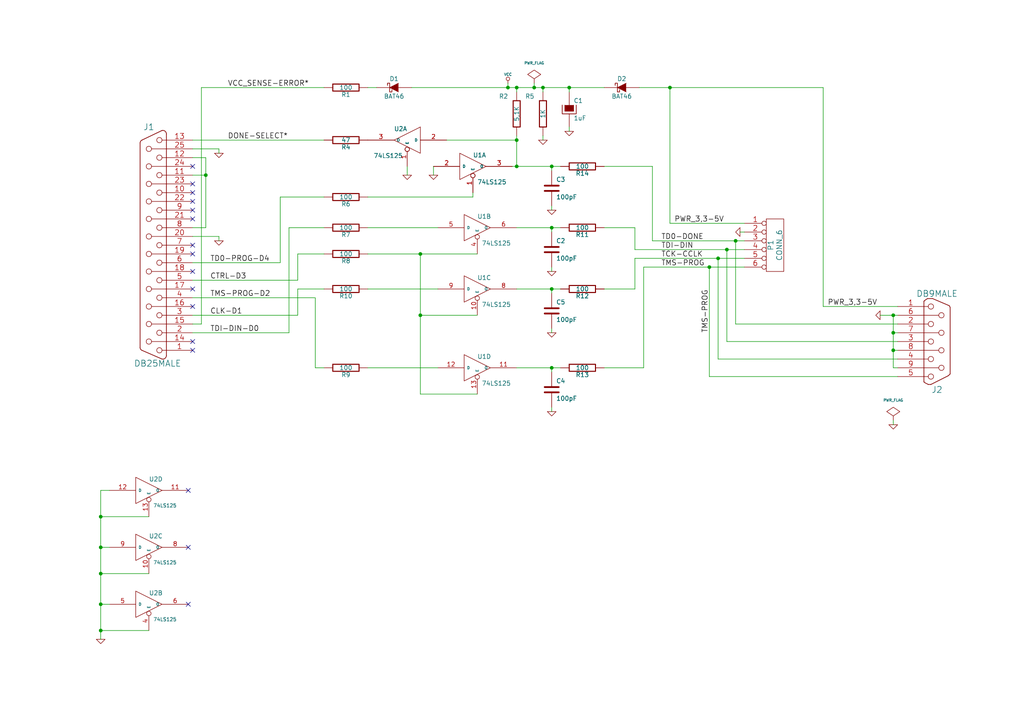
<source format=kicad_sch>
(kicad_sch (version 20230121) (generator eeschema)
  (paper "A4")
  (title_block (title "PARALLEL CABLE III") (date "Sun 22 Mar 2015") (rev "1"))
  (lib_symbols
    (symbol "sonde-xilinx_schlib:74LS125" (pin_names (offset 0.762))
      (property "Reference" "U" (at 0 2.54 0))
      (property "Value" "74LS125" (at 1.27 -3.81 0))
      (symbol "74LS125_0_0"
        (pin power_in line (at -3.81 3.81 270) (length 0) hide (name "VCC") (number "14"))
        (pin power_in line (at -3.81 -3.81 90) (length 0) hide (name "GND") (number "7"))
      )
      (symbol "74LS125_0_1"
        (polyline (pts (xy -3.81 3.81) (xy -3.81 -3.81) (xy 3.81 0) (xy -3.81 3.81)))
      )
      (symbol "74LS125_1_0"
        (pin input inverted (at 0 -7.62 90) (length 5.588) (name "E") (number "1"))
      )
      (symbol "74LS125_1_1"
        (pin input line (at -11.43 0 0) (length 7.62) (name "D") (number "2"))
        (pin tri_state line (at 11.43 0 180) (length 7.62) (name "O") (number "3"))
      )
      (symbol "74LS125_2_0"
        (pin input inverted (at 0 -7.62 90) (length 5.588) (name "E") (number "4"))
      )
      (symbol "74LS125_2_1"
        (pin input line (at -11.43 0 0) (length 7.62) (name "D") (number "5"))
        (pin tri_state line (at 11.43 0 180) (length 7.62) (name "O") (number "6"))
      )
      (symbol "74LS125_3_0"
        (pin input inverted (at 0 -7.62 90) (length 5.588) (name "E") (number "10"))
      )
      (symbol "74LS125_3_1"
        (pin tri_state line (at 11.43 0 180) (length 7.62) (name "O") (number "8"))
        (pin input line (at -11.43 0 0) (length 7.62) (name "D") (number "9"))
      )
      (symbol "74LS125_4_0"
        (pin input inverted (at 0 -7.62 90) (length 5.588) (name "E") (number "13"))
      )
      (symbol "74LS125_4_1"
        (pin tri_state line (at 11.43 0 180) (length 7.62) (name "O") (number "11"))
        (pin input line (at -11.43 0 0) (length 7.62) (name "D") (number "12"))
      )
    )
    (symbol "sonde-xilinx_schlib:C" (pin_numbers hide) (pin_names (offset 0.254))
      (property "Reference" "C" (at 0 2.54 0))
      (property "Value" "C" (at 0.1524 -2.159 0))
      (symbol "C_0_1"
        (polyline (pts (xy -2.032 -0.762) (xy 2.032 -0.762)) (stroke (width 0.508)))
        (polyline (pts (xy -2.032 0.762) (xy 2.032 0.762)) (stroke (width 0.508)))
      )
      (symbol "C_1_1"
        (pin passive line (at 0 5.08 270) (length 4.318) (name "~") (number "1"))
        (pin passive line (at 0 -5.08 90) (length 4.318) (name "~") (number "2"))
      )
    )
    (symbol "sonde-xilinx_schlib:CONN_6" (pin_names (offset 0.762) hide)
      (property "Reference" "P" (at -1.27 0 90))
      (property "Value" "CONN_6" (at 1.27 0 90))
      (symbol "CONN_6_0_1"
        (rectangle (start -2.54 7.62) (end 2.54 -7.62))
      )
      (symbol "CONN_6_1_1"
        (pin passive inverted (at -8.89 6.35 0) (length 6.35) (name "1") (number "1"))
        (pin passive inverted (at -8.89 3.81 0) (length 6.35) (name "2") (number "2"))
        (pin passive inverted (at -8.89 1.27 0) (length 6.35) (name "3") (number "3"))
        (pin passive inverted (at -8.89 -1.27 0) (length 6.35) (name "4") (number "4"))
        (pin passive inverted (at -8.89 -3.81 0) (length 6.35) (name "5") (number "5"))
        (pin passive inverted (at -8.89 -6.35 0) (length 6.35) (name "6") (number "6"))
      )
    )
    (symbol "sonde-xilinx_schlib:CP" (pin_numbers hide) (pin_names (offset 0.254) hide)
      (property "Reference" "C" (at 1.27 2.54 0))
      (property "Value" "CP" (at 1.27 -2.54 0))
      (symbol "CP_0_1"
        (polyline (pts (xy -2.032 1.27) (xy -2.032 -1.27) (xy 2.032 -1.27) (xy 2.032 1.27)) (stroke (width 0.2032)))
        (polyline (pts (xy -1.27 1.27) (xy -1.27 -0.508) (xy 1.27 -0.508) (xy 1.27 1.27)) (fill (type outline)))
      )
      (symbol "CP_1_1"
        (pin passive line (at 0 5.08 270) (length 3.81) (name "~") (number "1"))
        (pin passive line (at 0 -5.08 90) (length 3.81) (name "~") (number "2"))
      )
    )
    (symbol "sonde-xilinx_schlib:DB25" (pin_names (offset 1.016) hide)
      (property "Reference" "J" (at 1.27 34.29 0))
      (property "Value" "DB25" (at -1.27 -34.29 0))
      (symbol "DB25_0_1"
        (arc (start -3.81 -32.004) (mid -3.4118 -32.8103) (end -2.54 -33.02) (stroke (width 0.2032)))
        (arc (start -2.54 33.274) (mid -3.4192 33.0712) (end -3.81 32.258) (stroke (width 0.2032)))
        (circle (center -1.778 -30.48) (radius 0.762))
        (circle (center -1.778 -25.4) (radius 0.762))
        (circle (center -1.778 -20.32) (radius 0.762))
        (circle (center -1.778 -15.24) (radius 0.762))
        (circle (center -1.778 -10.16) (radius 0.762))
        (circle (center -1.778 -5.08) (radius 0.762))
        (circle (center -1.778 0) (radius 0.762))
        (circle (center -1.778 5.08) (radius 0.762))
        (circle (center -1.778 10.16) (radius 0.762))
        (circle (center -1.778 15.24) (radius 0.762))
        (circle (center -1.778 20.32) (radius 0.762))
        (circle (center -1.778 25.4) (radius 0.762))
        (circle (center -1.778 30.48) (radius 0.762))
        (polyline (pts (xy -3.81 -32.004) (xy -3.81 32.258)) (stroke (width 0.2032)))
        (polyline (pts (xy -3.81 -30.48) (xy -2.54 -30.48)))
        (polyline (pts (xy -3.81 -27.94) (xy 0.508 -27.94)))
        (polyline (pts (xy -3.81 -25.4) (xy -2.54 -25.4)))
        (polyline (pts (xy -3.81 -22.86) (xy 0.508 -22.86)))
        (polyline (pts (xy -3.81 -20.32) (xy -2.54 -20.32)))
        (polyline (pts (xy -3.81 -17.78) (xy 0.508 -17.78)))
        (polyline (pts (xy -3.81 -15.24) (xy -2.54 -15.24)))
        (polyline (pts (xy -3.81 -12.7) (xy 0.508 -12.7)))
        (polyline (pts (xy -3.81 -10.16) (xy -2.54 -10.16)))
        (polyline (pts (xy -3.81 -7.62) (xy 0.508 -7.62)))
        (polyline (pts (xy -3.81 -5.08) (xy -2.54 -5.08)))
        (polyline (pts (xy -3.81 -2.54) (xy 0.508 -2.54)))
        (polyline (pts (xy -3.81 0) (xy -2.54 0)))
        (polyline (pts (xy -3.81 2.54) (xy 0.508 2.54)))
        (polyline (pts (xy -3.81 5.08) (xy -2.54 5.08)))
        (polyline (pts (xy -3.81 7.62) (xy 0.508 7.62)))
        (polyline (pts (xy -3.81 10.16) (xy -2.54 10.16)))
        (polyline (pts (xy -3.81 12.7) (xy 0.508 12.7)))
        (polyline (pts (xy -3.81 15.24) (xy -2.54 15.24)))
        (polyline (pts (xy -3.81 17.78) (xy 0.508 17.78)))
        (polyline (pts (xy -3.81 20.32) (xy -2.54 20.32)))
        (polyline (pts (xy -3.81 22.86) (xy 0.508 22.86)))
        (polyline (pts (xy -3.81 25.4) (xy -2.54 25.4)))
        (polyline (pts (xy -3.81 27.94) (xy 0.508 27.94)))
        (polyline (pts (xy -3.81 30.48) (xy -2.54 30.48)))
        (polyline (pts (xy -2.54 -33.02) (xy 3.302 -30.48)) (stroke (width 0.2032)))
        (polyline (pts (xy 3.302 30.48) (xy -2.54 33.274)) (stroke (width 0.2032)))
        (polyline (pts (xy 3.81 -29.718) (xy 3.81 29.718)) (stroke (width 0.2032)))
        (circle (center 1.27 -27.94) (radius 0.762))
        (circle (center 1.27 -22.86) (radius 0.762))
        (circle (center 1.27 -17.78) (radius 0.762))
        (circle (center 1.27 -12.7) (radius 0.762))
        (circle (center 1.27 -7.62) (radius 0.762))
        (circle (center 1.27 -2.54) (radius 0.762))
        (circle (center 1.27 2.54) (radius 0.762))
        (circle (center 1.27 7.62) (radius 0.762))
        (circle (center 1.27 12.7) (radius 0.762))
        (circle (center 1.27 17.78) (radius 0.762))
        (circle (center 1.27 22.86) (radius 0.762))
        (circle (center 1.27 27.94) (radius 0.762))
        (arc (start 3.302 -30.48) (mid 3.6653 -30.1718) (end 3.81 -29.718) (stroke (width 0.2032)))
        (arc (start 3.7846 29.718) (mid 3.654 30.1598) (end 3.302 30.4546) (stroke (width 0.2032)))
      )
      (symbol "DB25_1_1"
        (pin passive line (at -11.43 -30.48 0) (length 7.62) (name "1") (number "1"))
        (pin passive line (at -11.43 15.24 0) (length 7.62) (name "10") (number "10"))
        (pin passive line (at -11.43 20.32 0) (length 7.62) (name "11") (number "11"))
        (pin passive line (at -11.43 25.4 0) (length 7.62) (name "12") (number "12"))
        (pin passive line (at -11.43 30.48 0) (length 7.62) (name "13") (number "13"))
        (pin passive line (at -11.43 -27.94 0) (length 7.62) (name "P14") (number "14"))
        (pin passive line (at -11.43 -22.86 0) (length 7.62) (name "P15") (number "15"))
        (pin passive line (at -11.43 -17.78 0) (length 7.62) (name "P16") (number "16"))
        (pin passive line (at -11.43 -12.7 0) (length 7.62) (name "P17") (number "17"))
        (pin passive line (at -11.43 -7.62 0) (length 7.62) (name "P18") (number "18"))
        (pin passive line (at -11.43 -2.54 0) (length 7.62) (name "P19") (number "19"))
        (pin passive line (at -11.43 -25.4 0) (length 7.62) (name "2") (number "2"))
        (pin passive line (at -11.43 2.54 0) (length 7.62) (name "P20") (number "20"))
        (pin passive line (at -11.43 7.62 0) (length 7.62) (name "P21") (number "21"))
        (pin passive line (at -11.43 12.7 0) (length 7.62) (name "P22") (number "22"))
        (pin passive line (at -11.43 17.78 0) (length 7.62) (name "P23") (number "23"))
        (pin passive line (at -11.43 22.86 0) (length 7.62) (name "P24") (number "24"))
        (pin passive line (at -11.43 27.94 0) (length 7.62) (name "P25") (number "25"))
        (pin passive line (at -11.43 -20.32 0) (length 7.62) (name "3") (number "3"))
        (pin passive line (at -11.43 -15.24 0) (length 7.62) (name "4") (number "4"))
        (pin passive line (at -11.43 -10.16 0) (length 7.62) (name "5") (number "5"))
        (pin passive line (at -11.43 -5.08 0) (length 7.62) (name "6") (number "6"))
        (pin passive line (at -11.43 0 0) (length 7.62) (name "7") (number "7"))
        (pin passive line (at -11.43 5.08 0) (length 7.62) (name "8") (number "8"))
        (pin passive line (at -11.43 10.16 0) (length 7.62) (name "9") (number "9"))
      )
    )
    (symbol "sonde-xilinx_schlib:DB9" (pin_names (offset 1.016) hide)
      (property "Reference" "J" (at 0 13.97 0))
      (property "Value" "DB9" (at 0 -13.97 0))
      (symbol "DB9_0_1"
        (circle (center -1.778 -10.16) (radius 0.762))
        (circle (center -1.778 -5.08) (radius 0.762))
        (circle (center -1.778 0) (radius 0.762))
        (circle (center -1.778 5.08) (radius 0.762))
        (circle (center -1.778 10.16) (radius 0.762))
        (polyline (pts (xy -3.81 -11.684) (xy -3.81 11.684)) (stroke (width 0.2032)))
        (polyline (pts (xy -3.81 -11.6586) (xy -3.556 -11.938)) (stroke (width 0.2032)))
        (polyline (pts (xy -3.81 -10.16) (xy -2.54 -10.16)))
        (polyline (pts (xy -3.81 -7.62) (xy 0.508 -7.62)))
        (polyline (pts (xy -3.81 -5.08) (xy -2.54 -5.08)))
        (polyline (pts (xy -3.81 -2.54) (xy 0.508 -2.54)))
        (polyline (pts (xy -3.81 0) (xy -2.54 0)))
        (polyline (pts (xy -3.81 2.54) (xy 0.508 2.54)))
        (polyline (pts (xy -3.81 5.08) (xy -2.54 5.08)))
        (polyline (pts (xy -3.81 7.62) (xy 0.508 7.62)))
        (polyline (pts (xy -3.81 10.16) (xy -2.54 10.16)))
        (polyline (pts (xy -3.556 -11.938) (xy -2.794 -12.446)) (stroke (width 0.2032)))
        (polyline (pts (xy -3.556 11.938) (xy -3.81 11.684)) (stroke (width 0.2032)))
        (polyline (pts (xy -3.556 11.938) (xy -2.54 12.446)) (stroke (width 0.2032)))
        (polyline (pts (xy -2.794 -12.446) (xy -1.27 -12.446)) (stroke (width 0.2032)))
        (polyline (pts (xy -2.54 12.446) (xy -1.778 12.446)) (stroke (width 0.2032)))
        (polyline (pts (xy 3.2766 9.906) (xy -1.778 12.446)) (stroke (width 0.2032)))
        (polyline (pts (xy 3.2766 9.906) (xy 3.81 9.398)) (stroke (width 0.2032)))
        (polyline (pts (xy 3.556 -10.3886) (xy -1.27 -12.446)) (stroke (width 0.2032)))
        (polyline (pts (xy 3.81 -9.906) (xy 3.556 -10.3886)) (stroke (width 0.2032)))
        (polyline (pts (xy 3.81 9.398) (xy 3.81 -9.906)) (stroke (width 0.2032)))
        (circle (center 1.27 -7.62) (radius 0.762))
        (circle (center 1.27 -2.54) (radius 0.762))
        (circle (center 1.27 2.54) (radius 0.762))
        (circle (center 1.27 7.62) (radius 0.762))
      )
      (symbol "DB9_1_1"
        (pin passive line (at -11.43 -10.16 0) (length 7.62) (name "1") (number "1"))
        (pin passive line (at -11.43 -5.08 0) (length 7.62) (name "2") (number "2"))
        (pin passive line (at -11.43 0 0) (length 7.62) (name "3") (number "3"))
        (pin passive line (at -11.43 5.08 0) (length 7.62) (name "4") (number "4"))
        (pin passive line (at -11.43 10.16 0) (length 7.62) (name "5") (number "5"))
        (pin passive line (at -11.43 -7.62 0) (length 7.62) (name "P6") (number "6"))
        (pin passive line (at -11.43 -2.54 0) (length 7.62) (name "P7") (number "7"))
        (pin passive line (at -11.43 2.54 0) (length 7.62) (name "P8") (number "8"))
        (pin passive line (at -11.43 7.62 0) (length 7.62) (name "P9") (number "9"))
      )
    )
    (symbol "sonde-xilinx_schlib:DIODESCH" (pin_numbers hide) (pin_names (offset 1.016) hide)
      (property "Reference" "D" (at 0 2.54 0))
      (property "Value" "DIODESCH" (at 0 -2.54 0))
      (symbol "DIODESCH_0_1"
        (polyline (pts (xy -1.27 1.27) (xy 1.27 0) (xy -1.27 -1.27)) (fill (type outline)))
        (polyline (pts (xy 1.905 0.635) (xy 1.905 1.27) (xy 1.27 1.27) (xy 1.27 -1.27) (xy 0.635 -1.27) (xy 0.635 -0.635)) (stroke (width 0.2032)))
      )
      (symbol "DIODESCH_1_1"
        (pin passive line (at -5.08 0 0) (length 3.81) (name "A") (number "1"))
        (pin passive line (at 5.08 0 180) (length 3.81) (name "K") (number "2"))
      )
    )
    (symbol "sonde-xilinx_schlib:GND" (power) (pin_names (offset 0))
      (symbol "GND_0_1"
        (polyline (pts (xy -1.27 0) (xy 0 -1.27) (xy 1.27 0) (xy -1.27 0)))
      )
      (symbol "GND_1_1"
        (pin power_in line (at 0 0 90) (length 0) hide (name "GND") (number "1"))
      )
    )
    (symbol "sonde-xilinx_schlib:PWR_FLAG" (power) (pin_numbers hide) (pin_names (offset 0) hide)
      (property "Value" "PWR_FLAG" (at 0 4.572 0))
      (symbol "PWR_FLAG_0_0"
        (pin power_out line (at 0 0 90) (length 0) (name "pwr") (number "1"))
      )
      (symbol "PWR_FLAG_0_1"
        (polyline (pts (xy 0 0) (xy 0 1.27) (xy -1.905 2.54) (xy 0 3.81) (xy 1.905 2.54) (xy 0 1.27)))
      )
    )
    (symbol "sonde-xilinx_schlib:R" (pin_numbers hide) (pin_names (offset 0))
      (property "Reference" "R" (at 2.032 0 90))
      (property "Value" "R" (at 0.1778 0.0254 90))
      (symbol "R_0_1"
        (rectangle (start -1.016 3.81) (end 1.016 -3.81) (stroke (width 0.3048)))
      )
      (symbol "R_1_1"
        (pin passive line (at 0 6.35 270) (length 2.54) (name "~") (number "1"))
        (pin passive line (at 0 -6.35 90) (length 2.54) (name "~") (number "2"))
      )
    )
    (symbol "sonde-xilinx_schlib:VCC" (power) (pin_names (offset 0))
      (property "Value" "VCC" (at 0 2.54 0))
      (symbol "VCC_0_0"
        (pin power_in line (at 0 0 90) (length 0) hide (name "VCC") (number "1"))
      )
      (symbol "VCC_0_1"
        (polyline (pts (xy 0 0) (xy 0 0.762) (xy 0 0.762)))
        (circle (center 0 1.27) (radius 0.508))
      )
    )
  )
  (junction (at 149.86 40.64))
  (junction (at 157.48 25.4))
  (junction (at 121.92 91.44))
  (junction (at 160.02 48.26))
  (junction (at 259.08 91.44))
  (junction (at 29.21 166.37))
  (junction (at 160.02 83.82))
  (junction (at 29.21 182.88))
  (junction (at 213.36 69.85))
  (junction (at 149.86 25.4))
  (junction (at 205.74 77.47))
  (junction (at 59.69 50.8))
  (junction (at 29.21 175.26))
  (junction (at 194.31 25.4))
  (junction (at 259.08 101.6))
  (junction (at 208.28 74.93))
  (junction (at 165.1 25.4))
  (junction (at 149.86 48.26))
  (junction (at 154.94 25.4))
  (junction (at 121.92 73.66))
  (junction (at 29.21 158.75))
  (junction (at 29.21 149.86))
  (junction (at 160.02 66.04))
  (junction (at 210.82 72.39))
  (junction (at 160.02 106.68))
  (junction (at 147.32 25.4))
  (junction (at 259.08 96.52))
  (no_connect (at 55.88 88.9))
  (no_connect (at 55.88 71.12))
  (no_connect (at 55.88 58.42))
  (no_connect (at 55.88 55.88))
  (no_connect (at 54.61 175.26))
  (no_connect (at 55.88 60.96))
  (no_connect (at 54.61 158.75))
  (no_connect (at 54.61 142.24))
  (no_connect (at 55.88 48.26))
  (no_connect (at 55.88 63.5))
  (no_connect (at 55.88 53.34))
  (no_connect (at 55.88 101.6))
  (no_connect (at 55.88 78.74))
  (no_connect (at 55.88 99.06))
  (no_connect (at 55.88 83.82))
  (no_connect (at 55.88 73.66))
  (wire (pts (xy 160.02 67.31) (xy 160.02 66.04)))
  (wire (pts (xy 63.5 44.45) (xy 63.5 43.18)))
  (wire (pts (xy 119.38 25.4) (xy 147.32 25.4)))
  (wire (pts (xy 260.35 109.22) (xy 205.74 109.22)))
  (wire (pts (xy 29.21 182.88) (xy 29.21 185.42)))
  (wire (pts (xy 63.5 68.58) (xy 55.88 68.58)))
  (wire (pts (xy 149.86 25.4) (xy 154.94 25.4)))
  (wire (pts (xy 86.36 91.44) (xy 86.36 83.82)))
  (wire (pts (xy 106.68 73.66) (xy 121.92 73.66)))
  (wire (pts (xy 147.32 25.4) (xy 147.32 24.13)))
  (wire (pts (xy 194.31 25.4) (xy 238.76 25.4)))
  (wire (pts (xy 29.21 158.75) (xy 31.75 158.75)))
  (wire (pts (xy 58.42 93.98) (xy 55.88 93.98)))
  (wire (pts (xy 58.42 25.4) (xy 58.42 93.98)))
  (wire (pts (xy 184.15 72.39) (xy 184.15 66.04)))
  (wire (pts (xy 165.1 38.1) (xy 165.1 36.83)))
  (wire (pts (xy 186.69 77.47) (xy 205.74 77.47)))
  (wire (pts (xy 127 66.04) (xy 106.68 66.04)))
  (wire (pts (xy 109.22 25.4) (xy 106.68 25.4)))
  (wire (pts (xy 157.48 25.4) (xy 165.1 25.4)))
  (wire (pts (xy 175.26 106.68) (xy 186.69 106.68)))
  (wire (pts (xy 154.94 25.4) (xy 157.48 25.4)))
  (wire (pts (xy 148.59 48.26) (xy 149.86 48.26)))
  (wire (pts (xy 149.86 40.64) (xy 149.86 48.26)))
  (wire (pts (xy 149.86 39.37) (xy 149.86 40.64)))
  (wire (pts (xy 160.02 78.74) (xy 160.02 77.47)))
  (wire (pts (xy 81.28 76.2) (xy 81.28 57.15)))
  (wire (pts (xy 83.82 66.04) (xy 93.98 66.04)))
  (wire (pts (xy 118.11 50.8) (xy 118.11 48.26)))
  (wire (pts (xy 184.15 83.82) (xy 175.26 83.82)))
  (wire (pts (xy 160.02 85.09) (xy 160.02 83.82)))
  (wire (pts (xy 129.54 40.64) (xy 149.86 40.64)))
  (wire (pts (xy 160.02 106.68) (xy 162.56 106.68)))
  (wire (pts (xy 259.08 101.6) (xy 259.08 106.68)))
  (wire (pts (xy 157.48 40.64) (xy 157.48 39.37)))
  (wire (pts (xy 29.21 142.24) (xy 29.21 149.86)))
  (wire (pts (xy 149.86 106.68) (xy 160.02 106.68)))
  (wire (pts (xy 29.21 166.37) (xy 29.21 175.26)))
  (wire (pts (xy 215.9 64.77) (xy 194.31 64.77)))
  (wire (pts (xy 210.82 99.06) (xy 210.82 72.39)))
  (wire (pts (xy 83.82 96.52) (xy 83.82 66.04)))
  (wire (pts (xy 213.36 69.85) (xy 215.9 69.85)))
  (wire (pts (xy 160.02 60.96) (xy 160.02 59.69)))
  (wire (pts (xy 125.73 48.26) (xy 125.73 50.8)))
  (wire (pts (xy 55.88 40.64) (xy 93.98 40.64)))
  (wire (pts (xy 137.16 57.15) (xy 137.16 55.88)))
  (wire (pts (xy 160.02 107.95) (xy 160.02 106.68)))
  (wire (pts (xy 259.08 101.6) (xy 260.35 101.6)))
  (wire (pts (xy 160.02 95.25) (xy 160.02 96.52)))
  (wire (pts (xy 121.92 114.3) (xy 138.43 114.3)))
  (wire (pts (xy 147.32 25.4) (xy 149.86 25.4)))
  (wire (pts (xy 55.88 50.8) (xy 59.69 50.8)))
  (wire (pts (xy 184.15 66.04) (xy 175.26 66.04)))
  (wire (pts (xy 185.42 25.4) (xy 194.31 25.4)))
  (wire (pts (xy 205.74 109.22) (xy 205.74 77.47)))
  (wire (pts (xy 260.35 99.06) (xy 210.82 99.06)))
  (wire (pts (xy 189.23 69.85) (xy 213.36 69.85)))
  (wire (pts (xy 189.23 69.85) (xy 189.23 48.26)))
  (wire (pts (xy 259.08 106.68) (xy 260.35 106.68)))
  (wire (pts (xy 214.63 67.31) (xy 215.9 67.31)))
  (wire (pts (xy 86.36 83.82) (xy 93.98 83.82)))
  (wire (pts (xy 91.44 106.68) (xy 91.44 86.36)))
  (wire (pts (xy 121.92 73.66) (xy 138.43 73.66)))
  (wire (pts (xy 55.88 96.52) (xy 83.82 96.52)))
  (wire (pts (xy 81.28 57.15) (xy 93.98 57.15)))
  (wire (pts (xy 29.21 175.26) (xy 31.75 175.26)))
  (wire (pts (xy 149.86 83.82) (xy 160.02 83.82)))
  (wire (pts (xy 260.35 96.52) (xy 259.08 96.52)))
  (wire (pts (xy 29.21 166.37) (xy 43.18 166.37)))
  (wire (pts (xy 149.86 48.26) (xy 160.02 48.26)))
  (wire (pts (xy 255.27 91.44) (xy 259.08 91.44)))
  (wire (pts (xy 259.08 123.19) (xy 259.08 121.92)))
  (wire (pts (xy 121.92 73.66) (xy 121.92 91.44)))
  (wire (pts (xy 55.88 91.44) (xy 86.36 91.44)))
  (wire (pts (xy 63.5 69.85) (xy 63.5 68.58)))
  (wire (pts (xy 260.35 104.14) (xy 208.28 104.14)))
  (wire (pts (xy 86.36 73.66) (xy 93.98 73.66)))
  (wire (pts (xy 29.21 175.26) (xy 29.21 182.88)))
  (wire (pts (xy 259.08 91.44) (xy 260.35 91.44)))
  (wire (pts (xy 184.15 74.93) (xy 184.15 83.82)))
  (wire (pts (xy 59.69 66.04) (xy 55.88 66.04)))
  (wire (pts (xy 160.02 66.04) (xy 162.56 66.04)))
  (wire (pts (xy 29.21 158.75) (xy 29.21 166.37)))
  (wire (pts (xy 165.1 25.4) (xy 175.26 25.4)))
  (wire (pts (xy 165.1 25.4) (xy 165.1 26.67)))
  (wire (pts (xy 184.15 74.93) (xy 208.28 74.93)))
  (wire (pts (xy 91.44 86.36) (xy 55.88 86.36)))
  (wire (pts (xy 154.94 24.13) (xy 154.94 25.4)))
  (wire (pts (xy 184.15 72.39) (xy 210.82 72.39)))
  (wire (pts (xy 149.86 25.4) (xy 149.86 26.67)))
  (wire (pts (xy 29.21 149.86) (xy 29.21 158.75)))
  (wire (pts (xy 259.08 91.44) (xy 259.08 96.52)))
  (wire (pts (xy 86.36 81.28) (xy 86.36 73.66)))
  (wire (pts (xy 189.23 48.26) (xy 175.26 48.26)))
  (wire (pts (xy 208.28 74.93) (xy 215.9 74.93)))
  (wire (pts (xy 127 83.82) (xy 106.68 83.82)))
  (wire (pts (xy 213.36 93.98) (xy 213.36 69.85)))
  (wire (pts (xy 259.08 96.52) (xy 259.08 101.6)))
  (wire (pts (xy 59.69 50.8) (xy 59.69 66.04)))
  (wire (pts (xy 160.02 83.82) (xy 162.56 83.82)))
  (wire (pts (xy 160.02 118.11) (xy 160.02 119.38)))
  (wire (pts (xy 186.69 106.68) (xy 186.69 77.47)))
  (wire (pts (xy 29.21 182.88) (xy 43.18 182.88)))
  (wire (pts (xy 260.35 93.98) (xy 213.36 93.98)))
  (wire (pts (xy 127 106.68) (xy 106.68 106.68)))
  (wire (pts (xy 63.5 43.18) (xy 55.88 43.18)))
  (wire (pts (xy 59.69 45.72) (xy 59.69 50.8)))
  (wire (pts (xy 194.31 64.77) (xy 194.31 25.4)))
  (wire (pts (xy 208.28 104.14) (xy 208.28 74.93)))
  (wire (pts (xy 210.82 72.39) (xy 215.9 72.39)))
  (wire (pts (xy 238.76 25.4) (xy 238.76 88.9)))
  (wire (pts (xy 59.69 45.72) (xy 55.88 45.72)))
  (wire (pts (xy 43.18 149.86) (xy 29.21 149.86)))
  (wire (pts (xy 55.88 76.2) (xy 81.28 76.2)))
  (wire (pts (xy 160.02 48.26) (xy 162.56 48.26)))
  (wire (pts (xy 138.43 91.44) (xy 121.92 91.44)))
  (wire (pts (xy 93.98 106.68) (xy 91.44 106.68)))
  (wire (pts (xy 121.92 91.44) (xy 121.92 114.3)))
  (wire (pts (xy 29.21 142.24) (xy 31.75 142.24)))
  (wire (pts (xy 157.48 25.4) (xy 157.48 26.67)))
  (wire (pts (xy 58.42 25.4) (xy 93.98 25.4)))
  (wire (pts (xy 55.88 81.28) (xy 86.36 81.28)))
  (wire (pts (xy 260.35 88.9) (xy 238.76 88.9)))
  (wire (pts (xy 160.02 48.26) (xy 160.02 49.53)))
  (wire (pts (xy 205.74 77.47) (xy 215.9 77.47)))
  (wire (pts (xy 149.86 66.04) (xy 160.02 66.04)))
  (wire (pts (xy 106.68 57.15) (xy 137.16 57.15)))
  (label "CTRL-D3" (at 60.96 81.28 0) (effects (font (size 1.524 1.524))))
  (label "VCC_SENSE-ERROR*" (at 66.04 25.4 0) (effects (font (size 1.524 1.524))))
  (label "TDI-DIN" (at 191.77 72.39 0) (effects (font (size 1.524 1.524))))
  (label "TMS-PROG-D2" (at 60.96 86.36 0) (effects (font (size 1.524 1.524))))
  (label "TDI-DIN-D0" (at 60.96 96.52 0) (effects (font (size 1.524 1.524))))
  (label "PWR_3,3-5V" (at 240.03 88.9 0) (effects (font (size 1.524 1.524))))
  (label "CLK-D1" (at 60.96 91.44 0) (effects (font (size 1.524 1.524))))
  (label "DONE-SELECT*" (at 66.04 40.64 0) (effects (font (size 1.524 1.524))))
  (label "TMS-PROG" (at 191.77 77.47 0) (effects (font (size 1.524 1.524))))
  (label "TMS-PROG" (at 205.74 96.52 90) (effects (font (size 1.524 1.524))))
  (label "PWR_3,3-5V" (at 195.58 64.77 0) (effects (font (size 1.524 1.524))))
  (label "TD0-DONE" (at 191.77 69.85 0) (effects (font (size 1.524 1.524))))
  (label "TCK-CCLK" (at 191.77 74.93 0) (effects (font (size 1.524 1.524))))
  (label "TD0-PROG-D4" (at 60.96 76.2 0) (effects (font (size 1.524 1.524))))
  (symbol (lib_id "sonde-xilinx_schlib:DB25") (at 44.45 71.12 0) (mirror y) (unit 1)
    (property "Reference" "J1" (at 43.18 36.83 0) (effects (font (size 1.778 1.778))))
    (property "Value" "DB25MALE" (at 45.72 105.41 0) (effects (font (size 1.778 1.778))))
    (property "Footprint" "Connect:DB25M_CI" (effects hide))
  )
  (symbol (lib_id "sonde-xilinx_schlib:R") (at 100.33 25.4 270) (unit 1)
    (property "Reference" "R1" (at 100.33 27.432 90))
    (property "Value" "100" (at 100.33 25.4 90))
    (property "Footprint" "Discret:R4" (effects hide))
  )
  (symbol (lib_id "sonde-xilinx_schlib:R") (at 100.33 40.64 270) (unit 1)
    (property "Reference" "R4" (at 100.33 42.672 90))
    (property "Value" "47" (at 100.33 40.64 90))
    (property "Footprint" "Discret:R4" (effects hide))
  )
  (symbol (lib_id "sonde-xilinx_schlib:R") (at 100.33 57.15 270) (unit 1)
    (property "Reference" "R6" (at 100.33 59.182 90))
    (property "Value" "100" (at 100.33 57.15 90))
    (property "Footprint" "Discret:R4" (effects hide))
  )
  (symbol (lib_id "sonde-xilinx_schlib:R") (at 100.33 83.82 270) (unit 1)
    (property "Reference" "R10" (at 100.33 85.852 90))
    (property "Value" "100" (at 100.33 83.82 90))
    (property "Footprint" "Discret:R4" (effects hide))
  )
  (symbol (lib_id "sonde-xilinx_schlib:R") (at 100.33 106.68 270) (unit 1)
    (property "Reference" "R9" (at 100.33 108.712 90))
    (property "Value" "100" (at 100.33 106.68 90))
    (property "Footprint" "Discret:R4" (effects hide))
  )
  (symbol (lib_id "sonde-xilinx_schlib:74LS125") (at 118.11 40.64 0) (mirror y) (unit 1)
    (property "Reference" "U2" (at 118.11 38.1 0) (effects (justify left bottom)))
    (property "Value" "74LS125" (at 116.84 44.45 0) (effects (justify left top)))
    (property "Footprint" "Sockets_DIP:DIP-14__300_ELL" (effects hide))
  )
  (symbol (lib_id "sonde-xilinx_schlib:74LS125") (at 137.16 48.26 0) (unit 1)
    (property "Reference" "U1" (at 137.16 45.72 0) (effects (justify left bottom)))
    (property "Value" "74LS125" (at 138.43 52.07 0) (effects (justify left top)))
    (property "Footprint" "Sockets_DIP:DIP-14__300_ELL" (effects hide))
  )
  (symbol (lib_id "sonde-xilinx_schlib:74LS125") (at 138.43 66.04 0) (unit 2)
    (property "Reference" "U1" (at 138.43 63.5 0) (effects (justify left bottom)))
    (property "Value" "74LS125" (at 139.7 69.8246 0) (effects (justify left top)))
    (property "Footprint" "Sockets_DIP:DIP-14__300_ELL" (effects hide))
  )
  (symbol (lib_id "sonde-xilinx_schlib:74LS125") (at 138.43 83.82 0) (unit 3)
    (property "Reference" "U1" (at 138.43 81.28 0) (effects (justify left bottom)))
    (property "Value" "74LS125" (at 139.7 87.6046 0) (effects (justify left top)))
    (property "Footprint" "Sockets_DIP:DIP-14__300_ELL" (effects hide))
  )
  (symbol (lib_id "sonde-xilinx_schlib:74LS125") (at 138.43 106.68 0) (unit 4)
    (property "Reference" "U1" (at 138.43 104.14 0) (effects (justify left bottom)))
    (property "Value" "74LS125" (at 139.7 110.4646 0) (effects (justify left top)))
    (property "Footprint" "Sockets_DIP:DIP-14__300_ELL" (effects hide))
  )
  (symbol (lib_id "sonde-xilinx_schlib:74LS125") (at 43.18 175.26 0) (unit 2)
    (property "Reference" "U2" (at 43.18 172.72 0) (effects (justify left bottom)))
    (property "Value" "74LS125" (at 44.45 179.07 0) (effects (font (size 1.016 1.016)) (justify left top)))
    (property "Footprint" "Sockets_DIP:DIP-14__300_ELL" (effects hide))
  )
  (symbol (lib_id "sonde-xilinx_schlib:74LS125") (at 43.18 158.75 0) (unit 3)
    (property "Reference" "U2" (at 43.18 156.21 0) (effects (justify left bottom)))
    (property "Value" "74LS125" (at 44.45 162.56 0) (effects (font (size 1.016 1.016)) (justify left top)))
    (property "Footprint" "Sockets_DIP:DIP-14__300_ELL" (effects hide))
  )
  (symbol (lib_id "sonde-xilinx_schlib:74LS125") (at 43.18 142.24 0) (unit 4)
    (property "Reference" "U2" (at 43.18 139.7 0) (effects (justify left bottom)))
    (property "Value" "74LS125" (at 44.45 146.05 0) (effects (font (size 1.016 1.016)) (justify left top)))
    (property "Footprint" "Sockets_DIP:DIP-14__300_ELL" (effects hide))
  )
  (symbol (lib_id "sonde-xilinx_schlib:GND") (at 29.21 185.42 0) (unit 1)
    (property "Reference" "#PWR016" (effects hide))
    (property "Value" "GND" (effects hide))
  )
  (symbol (lib_id "sonde-xilinx_schlib:GND") (at 118.11 50.8 0) (unit 1)
    (property "Reference" "#PWR015" (effects hide))
    (property "Value" "GND" (effects hide))
  )
  (symbol (lib_id "sonde-xilinx_schlib:GND") (at 63.5 44.45 0) (unit 1)
    (property "Reference" "#PWR014" (effects hide))
    (property "Value" "GND" (effects hide))
  )
  (symbol (lib_id "sonde-xilinx_schlib:DIODESCH") (at 114.3 25.4 0) (mirror y) (unit 1)
    (property "Reference" "D1" (at 114.3 22.86 0))
    (property "Value" "BAT46" (at 114.3 27.94 0))
    (property "Footprint" "Discret:D3" (effects hide))
  )
  (symbol (lib_id "sonde-xilinx_schlib:DIODESCH") (at 180.34 25.4 0) (mirror y) (unit 1)
    (property "Reference" "D2" (at 180.34 22.86 0))
    (property "Value" "BAT46" (at 180.34 27.94 0))
    (property "Footprint" "Discret:D3" (effects hide))
  )
  (symbol (lib_id "sonde-xilinx_schlib:R") (at 149.86 33.02 0) (unit 1)
    (property "Reference" "R2" (at 146.05 27.94 0))
    (property "Value" "5,1K" (at 149.86 33.02 90))
    (property "Footprint" "Discret:R4" (effects hide))
  )
  (symbol (lib_id "sonde-xilinx_schlib:R") (at 157.48 33.02 0) (unit 1)
    (property "Reference" "R5" (at 153.67 27.94 0))
    (property "Value" "1K" (at 157.48 33.02 90))
    (property "Footprint" "Discret:R4" (effects hide))
  )
  (symbol (lib_id "sonde-xilinx_schlib:R") (at 168.91 48.26 270) (unit 1)
    (property "Reference" "R14" (at 168.91 50.292 90))
    (property "Value" "100" (at 168.91 48.26 90))
    (property "Footprint" "Discret:R4" (effects hide))
  )
  (symbol (lib_id "sonde-xilinx_schlib:C") (at 160.02 113.03 0) (unit 1)
    (property "Reference" "C4" (at 161.29 110.49 0) (effects (justify left)))
    (property "Value" "100pF" (at 161.29 115.57 0) (effects (justify left)))
    (property "Footprint" "Discret:C2" (effects hide))
  )
  (symbol (lib_id "sonde-xilinx_schlib:GND") (at 160.02 119.38 0) (unit 1)
    (property "Reference" "#PWR01" (effects hide))
    (property "Value" "GND" (effects hide))
  )
  (symbol (lib_id "sonde-xilinx_schlib:GND") (at 157.48 40.64 0) (unit 1)
    (property "Reference" "#PWR012" (effects hide))
    (property "Value" "GND" (effects hide))
  )
  (symbol (lib_id "sonde-xilinx_schlib:CP") (at 165.1 31.75 0) (unit 1)
    (property "Reference" "C1" (at 166.37 29.21 0) (effects (justify left)))
    (property "Value" "1uF" (at 166.37 34.2646 0) (effects (justify left)))
    (property "Footprint" "Discret:CP5" (effects hide))
  )
  (symbol (lib_id "sonde-xilinx_schlib:GND") (at 165.1 38.1 0) (unit 1)
    (property "Reference" "#PWR09" (effects hide))
    (property "Value" "GND" (effects hide))
  )
  (symbol (lib_id "sonde-xilinx_schlib:CONN_6") (at 224.79 71.12 0) (unit 1)
    (property "Reference" "P1" (at 223.52 71.12 90) (effects (font (size 1.524 1.524))))
    (property "Value" "CONN_6" (at 226.06 71.12 90) (effects (font (size 1.524 1.524))))
    (property "Footprint" "Connect:bornier6" (effects hide))
  )
  (symbol (lib_id "sonde-xilinx_schlib:GND") (at 214.63 67.31 270) (unit 1)
    (property "Reference" "#PWR08" (effects hide))
    (property "Value" "GND" (effects hide))
  )
  (symbol (lib_id "sonde-xilinx_schlib:PWR_FLAG") (at 259.08 121.92 0) (unit 1)
    (property "Reference" "#FLG05" (effects hide))
    (property "Value" "PWR_FLAG" (at 259.08 116.078 0) (effects (font (size 0.762 0.762))))
  )
  (symbol (lib_id "sonde-xilinx_schlib:GND") (at 259.08 123.19 0) (unit 1)
    (property "Reference" "#PWR04" (effects hide))
    (property "Value" "GND" (effects hide))
  )
  (symbol (lib_id "sonde-xilinx_schlib:VCC") (at 147.32 24.13 0) (unit 1)
    (property "Reference" "#PWR03" (effects hide))
    (property "Value" "VCC" (at 147.32 21.59 0) (effects (font (size 0.762 0.762))))
  )
  (symbol (lib_id "sonde-xilinx_schlib:PWR_FLAG") (at 154.94 24.13 0) (unit 1)
    (property "Reference" "#FLG02" (effects hide))
    (property "Value" "PWR_FLAG" (at 154.94 18.288 0) (effects (font (size 0.762 0.762))))
  )
  (symbol (lib_id "sonde-xilinx_schlib:DB9") (at 271.78 99.06 0) (mirror x) (unit 1)
    (property "Reference" "J2" (at 271.78 113.03 0) (effects (font (size 1.778 1.778))))
    (property "Value" "DB9MALE" (at 271.78 85.1662 0) (effects (font (size 1.778 1.778))))
    (property "Footprint" "Connect:DB9M_CI_INVERT" (effects hide))
  )
  (symbol (lib_id "sonde-xilinx_schlib:R") (at 168.91 66.04 270) (unit 1)
    (property "Reference" "R11" (at 168.91 68.072 90))
    (property "Value" "100" (at 168.91 66.04 90))
    (property "Footprint" "Discret:R4" (effects hide))
  )
  (symbol (lib_id "sonde-xilinx_schlib:R") (at 100.33 66.04 270) (unit 1)
    (property "Reference" "R7" (at 100.33 68.072 90))
    (property "Value" "100" (at 100.33 66.04 90))
    (property "Footprint" "Discret:R4" (effects hide))
  )
  (symbol (lib_id "sonde-xilinx_schlib:R") (at 100.33 73.66 270) (unit 1)
    (property "Reference" "R8" (at 100.33 75.692 90))
    (property "Value" "100" (at 100.33 73.66 90))
    (property "Footprint" "Discret:R4" (effects hide))
  )
  (symbol (lib_id "sonde-xilinx_schlib:GND") (at 63.5 69.85 0) (unit 1)
    (property "Reference" "#PWR06" (effects hide))
    (property "Value" "GND" (effects hide))
  )
  (symbol (lib_id "sonde-xilinx_schlib:R") (at 168.91 106.68 270) (unit 1)
    (property "Reference" "R13" (at 168.91 108.712 90))
    (property "Value" "100" (at 168.91 106.68 90))
    (property "Footprint" "Discret:R4" (effects hide))
  )
  (symbol (lib_id "sonde-xilinx_schlib:R") (at 168.91 83.82 270) (unit 1)
    (property "Reference" "R12" (at 168.91 85.852 90))
    (property "Value" "100" (at 168.91 83.82 90))
    (property "Footprint" "Discret:R4" (effects hide))
  )
  (symbol (lib_id "sonde-xilinx_schlib:C") (at 160.02 54.61 0) (unit 1)
    (property "Reference" "C3" (at 161.29 52.07 0) (effects (justify left)))
    (property "Value" "100pF" (at 161.29 57.15 0) (effects (justify left)))
    (property "Footprint" "Discret:C2" (effects hide))
  )
  (symbol (lib_id "sonde-xilinx_schlib:C") (at 160.02 72.39 0) (unit 1)
    (property "Reference" "C2" (at 161.29 69.85 0) (effects (justify left)))
    (property "Value" "100pF" (at 161.29 74.93 0) (effects (justify left)))
    (property "Footprint" "Discret:C2" (effects hide))
  )
  (symbol (lib_id "sonde-xilinx_schlib:C") (at 160.02 90.17 0) (unit 1)
    (property "Reference" "C5" (at 161.29 87.63 0) (effects (justify left)))
    (property "Value" "100pF" (at 161.29 92.71 0) (effects (justify left)))
    (property "Footprint" "Discret:C2" (effects hide))
  )
  (symbol (lib_id "sonde-xilinx_schlib:GND") (at 160.02 60.96 0) (unit 1)
    (property "Reference" "#PWR013" (effects hide))
    (property "Value" "GND" (effects hide))
  )
  (symbol (lib_id "sonde-xilinx_schlib:GND") (at 160.02 78.74 0) (unit 1)
    (property "Reference" "#PWR011" (effects hide))
    (property "Value" "GND" (effects hide))
  )
  (symbol (lib_id "sonde-xilinx_schlib:GND") (at 160.02 96.52 0) (unit 1)
    (property "Reference" "#PWR010" (effects hide))
    (property "Value" "GND" (effects hide))
  )
  (symbol (lib_id "sonde-xilinx_schlib:GND") (at 255.27 91.44 270) (unit 1)
    (property "Reference" "#PWR07" (effects hide))
    (property "Value" "GND" (effects hide))
  )
  (symbol (lib_id "sonde-xilinx_schlib:GND") (at 125.73 50.8 0) (unit 1)
    (property "Reference" "#PWR017" (effects hide))
    (property "Value" "GND" (effects hide))
  )
)
</source>
